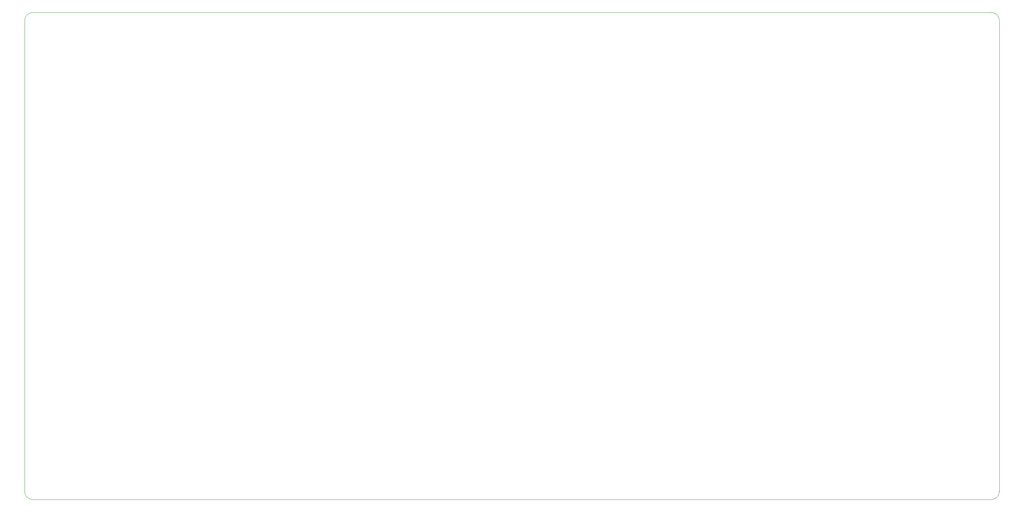
<source format=gbr>
G04 #@! TF.GenerationSoftware,KiCad,Pcbnew,(6.0.5-0)*
G04 #@! TF.CreationDate,2022-06-03T14:00:57-04:00*
G04 #@! TF.ProjectId,CentralBrain,43656e74-7261-46c4-9272-61696e2e6b69,rev?*
G04 #@! TF.SameCoordinates,Original*
G04 #@! TF.FileFunction,Profile,NP*
%FSLAX46Y46*%
G04 Gerber Fmt 4.6, Leading zero omitted, Abs format (unit mm)*
G04 Created by KiCad (PCBNEW (6.0.5-0)) date 2022-06-03 14:00:57*
%MOMM*%
%LPD*%
G01*
G04 APERTURE LIST*
G04 #@! TA.AperFunction,Profile*
%ADD10C,0.100000*%
G04 #@! TD*
G04 APERTURE END LIST*
D10*
X18000000Y-144000000D02*
G75*
G03*
X20000000Y-146000000I2000000J0D01*
G01*
X18000000Y-29000000D02*
X18000000Y-144000000D01*
X256000000Y-29000000D02*
X256000000Y-144000000D01*
X20000000Y-146000000D02*
X254000000Y-146000000D01*
X254000000Y-146000000D02*
G75*
G03*
X256000000Y-144000000I0J2000000D01*
G01*
X256000000Y-29000000D02*
G75*
G03*
X254000000Y-27000000I-2000000J0D01*
G01*
X20000000Y-27000000D02*
X254000000Y-27000000D01*
X20000000Y-27000000D02*
G75*
G03*
X18000000Y-29000000I0J-2000000D01*
G01*
M02*

</source>
